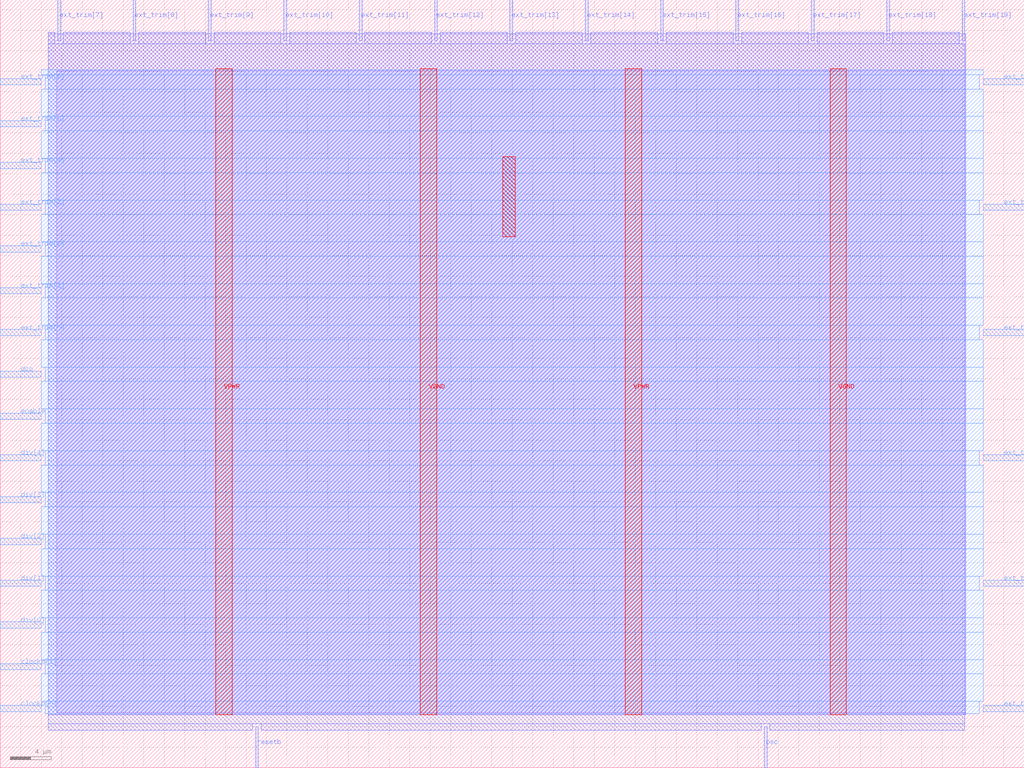
<source format=lef>
VERSION 5.7 ;
  NOWIREEXTENSIONATPIN ON ;
  DIVIDERCHAR "/" ;
  BUSBITCHARS "[]" ;
MACRO digital_locked_loop
  CLASS BLOCK ;
  FOREIGN digital_locked_loop ;
  ORIGIN 0.000 0.000 ;
  SIZE 100.000 BY 75.000 ;
  PIN VGND
    USE GROUND ;
    PORT
      LAYER met4 ;
        RECT 81.040 5.200 82.640 68.240 ;
    END
    PORT
      LAYER met4 ;
        RECT 41.040 5.200 42.640 68.240 ;
    END
  END VGND
  PIN VPWR
    USE POWER ;
    PORT
      LAYER met4 ;
        RECT 61.040 5.200 62.640 68.240 ;
    END
    PORT
      LAYER met4 ;
        RECT 21.040 5.200 22.640 68.240 ;
    END
  END VPWR
  PIN clockp[0]
    PORT
      LAYER met3 ;
        RECT 0.000 5.480 4.000 6.080 ;
    END
  END clockp[0]
  PIN clockp[1]
    PORT
      LAYER met3 ;
        RECT 0.000 9.560 4.000 10.160 ;
    END
  END clockp[1]
  PIN dco
    PORT
      LAYER met3 ;
        RECT 0.000 38.120 4.000 38.720 ;
    END
  END dco
  PIN div[0]
    PORT
      LAYER met3 ;
        RECT 0.000 13.640 4.000 14.240 ;
    END
  END div[0]
  PIN div[1]
    PORT
      LAYER met3 ;
        RECT 0.000 17.720 4.000 18.320 ;
    END
  END div[1]
  PIN div[2]
    PORT
      LAYER met3 ;
        RECT 0.000 21.800 4.000 22.400 ;
    END
  END div[2]
  PIN div[3]
    PORT
      LAYER met3 ;
        RECT 0.000 25.880 4.000 26.480 ;
    END
  END div[3]
  PIN div[4]
    PORT
      LAYER met3 ;
        RECT 0.000 29.960 4.000 30.560 ;
    END
  END div[4]
  PIN enable
    PORT
      LAYER met3 ;
        RECT 0.000 34.040 4.000 34.640 ;
    END
  END enable
  PIN ext_trim[0]
    PORT
      LAYER met3 ;
        RECT 0.000 42.200 4.000 42.800 ;
    END
  END ext_trim[0]
  PIN ext_trim[10]
    PORT
      LAYER met2 ;
        RECT 27.690 71.000 27.970 75.000 ;
    END
  END ext_trim[10]
  PIN ext_trim[11]
    PORT
      LAYER met2 ;
        RECT 35.050 71.000 35.330 75.000 ;
    END
  END ext_trim[11]
  PIN ext_trim[12]
    PORT
      LAYER met2 ;
        RECT 42.410 71.000 42.690 75.000 ;
    END
  END ext_trim[12]
  PIN ext_trim[13]
    PORT
      LAYER met2 ;
        RECT 49.770 71.000 50.050 75.000 ;
    END
  END ext_trim[13]
  PIN ext_trim[14]
    PORT
      LAYER met2 ;
        RECT 57.130 71.000 57.410 75.000 ;
    END
  END ext_trim[14]
  PIN ext_trim[15]
    PORT
      LAYER met2 ;
        RECT 64.490 71.000 64.770 75.000 ;
    END
  END ext_trim[15]
  PIN ext_trim[16]
    PORT
      LAYER met2 ;
        RECT 71.850 71.000 72.130 75.000 ;
    END
  END ext_trim[16]
  PIN ext_trim[17]
    PORT
      LAYER met2 ;
        RECT 79.210 71.000 79.490 75.000 ;
    END
  END ext_trim[17]
  PIN ext_trim[18]
    PORT
      LAYER met2 ;
        RECT 86.570 71.000 86.850 75.000 ;
    END
  END ext_trim[18]
  PIN ext_trim[19]
    PORT
      LAYER met2 ;
        RECT 93.930 71.000 94.210 75.000 ;
    END
  END ext_trim[19]
  PIN ext_trim[1]
    PORT
      LAYER met3 ;
        RECT 0.000 46.280 4.000 46.880 ;
    END
  END ext_trim[1]
  PIN ext_trim[20]
    PORT
      LAYER met3 ;
        RECT 96.000 66.680 100.000 67.280 ;
    END
  END ext_trim[20]
  PIN ext_trim[21]
    PORT
      LAYER met3 ;
        RECT 96.000 54.440 100.000 55.040 ;
    END
  END ext_trim[21]
  PIN ext_trim[22]
    PORT
      LAYER met3 ;
        RECT 96.000 42.200 100.000 42.800 ;
    END
  END ext_trim[22]
  PIN ext_trim[23]
    PORT
      LAYER met3 ;
        RECT 96.000 29.960 100.000 30.560 ;
    END
  END ext_trim[23]
  PIN ext_trim[24]
    PORT
      LAYER met3 ;
        RECT 96.000 17.720 100.000 18.320 ;
    END
  END ext_trim[24]
  PIN ext_trim[25]
    PORT
      LAYER met3 ;
        RECT 96.000 5.480 100.000 6.080 ;
    END
  END ext_trim[25]
  PIN ext_trim[2]
    PORT
      LAYER met3 ;
        RECT 0.000 50.360 4.000 50.960 ;
    END
  END ext_trim[2]
  PIN ext_trim[3]
    PORT
      LAYER met3 ;
        RECT 0.000 54.440 4.000 55.040 ;
    END
  END ext_trim[3]
  PIN ext_trim[4]
    PORT
      LAYER met3 ;
        RECT 0.000 58.520 4.000 59.120 ;
    END
  END ext_trim[4]
  PIN ext_trim[5]
    PORT
      LAYER met3 ;
        RECT 0.000 62.600 4.000 63.200 ;
    END
  END ext_trim[5]
  PIN ext_trim[6]
    PORT
      LAYER met3 ;
        RECT 0.000 66.680 4.000 67.280 ;
    END
  END ext_trim[6]
  PIN ext_trim[7]
    PORT
      LAYER met2 ;
        RECT 5.610 71.000 5.890 75.000 ;
    END
  END ext_trim[7]
  PIN ext_trim[8]
    PORT
      LAYER met2 ;
        RECT 12.970 71.000 13.250 75.000 ;
    END
  END ext_trim[8]
  PIN ext_trim[9]
    PORT
      LAYER met2 ;
        RECT 20.330 71.000 20.610 75.000 ;
    END
  END ext_trim[9]
  PIN osc
    PORT
      LAYER met2 ;
        RECT 74.610 0.000 74.890 4.000 ;
    END
  END osc
  PIN resetb
    PORT
      LAYER met2 ;
        RECT 24.930 0.000 25.210 4.000 ;
    END
  END resetb
  OBS
      LAYER li1 ;
        RECT 5.520 5.355 94.300 68.085 ;
      LAYER met1 ;
        RECT 4.670 5.200 94.300 71.700 ;
      LAYER met2 ;
        RECT 4.690 70.720 5.330 71.810 ;
        RECT 6.170 70.720 12.690 71.810 ;
        RECT 13.530 70.720 20.050 71.810 ;
        RECT 20.890 70.720 27.410 71.810 ;
        RECT 28.250 70.720 34.770 71.810 ;
        RECT 35.610 70.720 42.130 71.810 ;
        RECT 42.970 70.720 49.490 71.810 ;
        RECT 50.330 70.720 56.850 71.810 ;
        RECT 57.690 70.720 64.210 71.810 ;
        RECT 65.050 70.720 71.570 71.810 ;
        RECT 72.410 70.720 78.930 71.810 ;
        RECT 79.770 70.720 86.290 71.810 ;
        RECT 87.130 70.720 93.650 71.810 ;
        RECT 4.690 4.280 94.200 70.720 ;
        RECT 4.690 3.670 24.650 4.280 ;
        RECT 25.490 3.670 74.330 4.280 ;
        RECT 75.170 3.670 94.200 4.280 ;
      LAYER met3 ;
        RECT 4.000 67.680 96.000 68.165 ;
        RECT 4.400 66.280 95.600 67.680 ;
        RECT 4.000 63.600 96.000 66.280 ;
        RECT 4.400 62.200 96.000 63.600 ;
        RECT 4.000 59.520 96.000 62.200 ;
        RECT 4.400 58.120 96.000 59.520 ;
        RECT 4.000 55.440 96.000 58.120 ;
        RECT 4.400 54.040 95.600 55.440 ;
        RECT 4.000 51.360 96.000 54.040 ;
        RECT 4.400 49.960 96.000 51.360 ;
        RECT 4.000 47.280 96.000 49.960 ;
        RECT 4.400 45.880 96.000 47.280 ;
        RECT 4.000 43.200 96.000 45.880 ;
        RECT 4.400 41.800 95.600 43.200 ;
        RECT 4.000 39.120 96.000 41.800 ;
        RECT 4.400 37.720 96.000 39.120 ;
        RECT 4.000 35.040 96.000 37.720 ;
        RECT 4.400 33.640 96.000 35.040 ;
        RECT 4.000 30.960 96.000 33.640 ;
        RECT 4.400 29.560 95.600 30.960 ;
        RECT 4.000 26.880 96.000 29.560 ;
        RECT 4.400 25.480 96.000 26.880 ;
        RECT 4.000 22.800 96.000 25.480 ;
        RECT 4.400 21.400 96.000 22.800 ;
        RECT 4.000 18.720 96.000 21.400 ;
        RECT 4.400 17.320 95.600 18.720 ;
        RECT 4.000 14.640 96.000 17.320 ;
        RECT 4.400 13.240 96.000 14.640 ;
        RECT 4.000 10.560 96.000 13.240 ;
        RECT 4.400 9.160 96.000 10.560 ;
        RECT 4.000 6.480 96.000 9.160 ;
        RECT 4.400 5.275 95.600 6.480 ;
      LAYER met4 ;
        RECT 49.055 51.855 50.305 59.665 ;
  END
END digital_locked_loop
END LIBRARY


</source>
